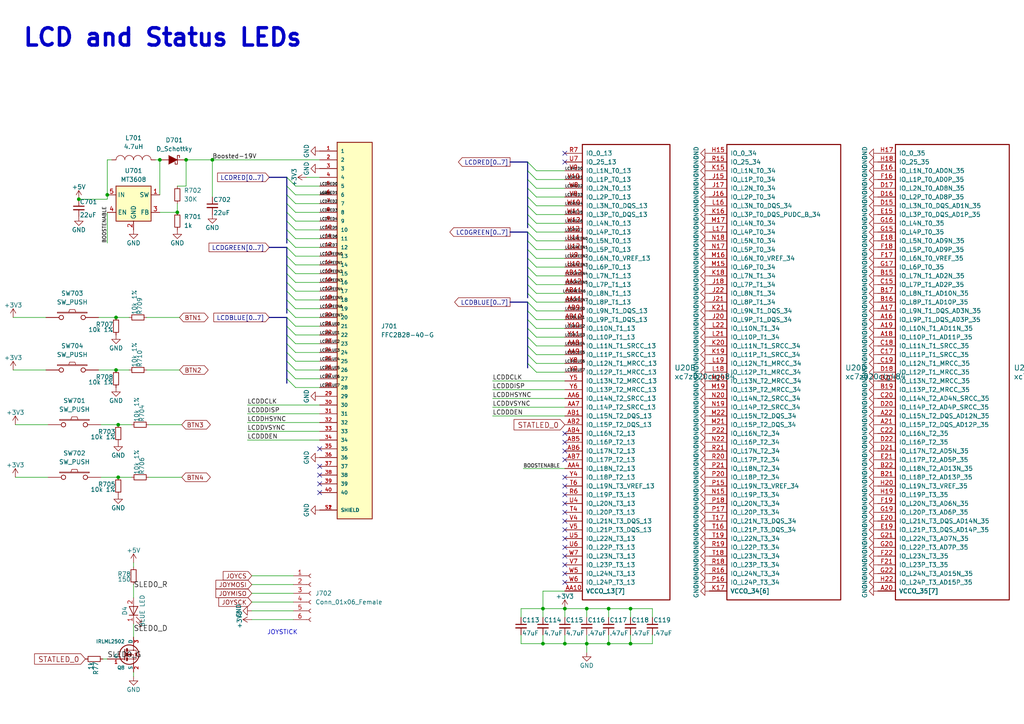
<source format=kicad_sch>
(kicad_sch (version 20231120) (generator "eeschema") (generator_version "8.0")
  (paper "A4")
  (junction (at 33.655 92.075))
  (junction (at 34.29 138.43))
  (junction (at 61.595 46.355))
  (junction (at 51.435 61.595))
  (junction (at 22.86 57.785))
  (junction (at 46.355 46.355))
  (junction (at 170.18 186.69))
  (junction (at 163.83 186.69))
  (junction (at 53.975 46.355))
  (junction (at 33.655 107.315))
  (junction (at 157.48 186.69))
  (junction (at 31.115 56.515))
  (junction (at 182.88 176.53))
  (junction (at 157.48 176.53))
  (junction (at 176.53 186.69))
  (junction (at 170.18 176.53))
  (junction (at 182.88 186.69))
  (junction (at 176.53 176.53))
  (junction (at 34.29 123.19))
  (junction (at 163.83 176.53))
  (no_connect (at 92.71 137.795))
  (no_connect (at 163.83 138.43))
  (no_connect (at 163.83 146.05))
  (no_connect (at 163.83 140.97))
  (no_connect (at 92.71 140.335))
  (no_connect (at 163.83 143.51))
  (no_connect (at 92.71 142.875))
  (no_connect (at 163.83 168.91))
  (no_connect (at 163.83 163.83))
  (no_connect (at 163.83 130.81))
  (no_connect (at 92.71 130.175))
  (no_connect (at 163.83 158.75))
  (no_connect (at 163.83 46.99))
  (no_connect (at 92.71 135.255))
  (no_connect (at 163.83 161.29))
  (no_connect (at 163.83 133.35))
  (no_connect (at 163.83 151.13))
  (no_connect (at 163.83 153.67))
  (no_connect (at 163.83 156.21))
  (no_connect (at 163.83 166.37))
  (no_connect (at 163.83 128.27))
  (no_connect (at 163.83 44.45))
  (no_connect (at 163.83 125.73))
  (no_connect (at 163.83 148.59))
  (bus_entry (at 83.185 102.235) (size 2.54 2.54))
  (bus_entry (at 83.185 97.155) (size 2.54 2.54))
  (bus_entry (at 153.035 77.47) (size 2.54 2.54))
  (bus_entry (at 153.035 87.63) (size 2.54 2.54))
  (bus_entry (at 83.185 109.855) (size 2.54 2.54))
  (bus_entry (at 83.185 76.835) (size 2.54 2.54))
  (bus_entry (at 153.035 74.93) (size 2.54 2.54))
  (bus_entry (at 83.185 71.755) (size 2.54 2.54))
  (bus_entry (at 83.185 64.135) (size 2.54 2.54))
  (bus_entry (at 83.185 56.515) (size 2.54 2.54))
  (bus_entry (at 83.185 84.455) (size 2.54 2.54))
  (bus_entry (at 83.185 51.435) (size 2.54 2.54))
  (bus_entry (at 83.185 104.775) (size 2.54 2.54))
  (bus_entry (at 153.035 105.41) (size 2.54 2.54))
  (bus_entry (at 83.185 74.295) (size 2.54 2.54))
  (bus_entry (at 153.035 67.31) (size 2.54 2.54))
  (bus_entry (at 83.185 61.595) (size 2.54 2.54))
  (bus_entry (at 83.185 66.675) (size 2.54 2.54))
  (bus_entry (at 153.035 100.33) (size 2.54 2.54))
  (bus_entry (at 83.185 92.075) (size 2.54 2.54))
  (bus_entry (at 83.185 94.615) (size 2.54 2.54))
  (bus_entry (at 153.035 46.99) (size 2.54 2.54))
  (bus_entry (at 153.035 90.17) (size 2.54 2.54))
  (bus_entry (at 83.185 79.375) (size 2.54 2.54))
  (bus_entry (at 153.035 85.09) (size 2.54 2.54))
  (bus_entry (at 153.035 80.01) (size 2.54 2.54))
  (bus_entry (at 83.185 89.535) (size 2.54 2.54))
  (bus_entry (at 153.035 62.23) (size 2.54 2.54))
  (bus_entry (at 153.035 82.55) (size 2.54 2.54))
  (bus_entry (at 83.185 86.995) (size 2.54 2.54))
  (bus_entry (at 153.035 97.79) (size 2.54 2.54))
  (bus_entry (at 153.035 49.53) (size 2.54 2.54))
  (bus_entry (at 83.185 69.215) (size 2.54 2.54))
  (bus_entry (at 83.185 53.975) (size 2.54 2.54))
  (bus_entry (at 153.035 69.85) (size 2.54 2.54))
  (bus_entry (at 153.035 54.61) (size 2.54 2.54))
  (bus_entry (at 83.185 99.695) (size 2.54 2.54))
  (bus_entry (at 83.185 107.315) (size 2.54 2.54))
  (bus_entry (at 153.035 95.25) (size 2.54 2.54))
  (bus_entry (at 153.035 72.39) (size 2.54 2.54))
  (bus_entry (at 153.035 92.71) (size 2.54 2.54))
  (bus_entry (at 153.035 102.87) (size 2.54 2.54))
  (bus_entry (at 153.035 59.69) (size 2.54 2.54))
  (bus_entry (at 83.185 59.055) (size 2.54 2.54))
  (bus_entry (at 83.185 81.915) (size 2.54 2.54))
  (bus_entry (at 153.035 64.77) (size 2.54 2.54))
  (bus_entry (at 153.035 52.07) (size 2.54 2.54))
  (bus_entry (at 153.035 57.15) (size 2.54 2.54))
  (wire (pts (xy 46.355 46.355) (xy 46.355 56.515)))
  (wire (pts (xy 85.725 102.235) (xy 92.71 102.235)))
  (wire (pts (xy 157.48 184.15) (xy 157.48 186.69)))
  (wire (pts (xy 85.725 71.755) (xy 92.71 71.755)))
  (wire (pts (xy 29.21 138.43) (xy 34.29 138.43)))
  (wire (pts (xy 42.545 92.075) (xy 52.07 92.075)))
  (wire (pts (xy 155.575 95.25) (xy 163.83 95.25)))
  (wire (pts (xy 61.595 57.15) (xy 61.595 46.355)))
  (wire (pts (xy 163.83 184.15) (xy 163.83 186.69)))
  (wire (pts (xy 85.725 74.295) (xy 92.71 74.295)))
  (wire (pts (xy 33.655 92.075) (xy 37.465 92.075)))
  (wire (pts (xy 142.875 118.11) (xy 163.83 118.11)))
  (wire (pts (xy 71.755 117.475) (xy 92.71 117.475)))
  (wire (pts (xy 176.53 176.53) (xy 182.88 176.53)))
  (bus (pts (xy 153.035 95.25) (xy 153.035 97.79)))
  (bus (pts (xy 153.035 49.53) (xy 153.035 52.07)))
  (wire (pts (xy 163.83 186.69) (xy 170.18 186.69)))
  (wire (pts (xy 85.725 109.855) (xy 92.71 109.855)))
  (wire (pts (xy 73.025 174.625) (xy 85.09 174.625)))
  (wire (pts (xy 61.595 46.355) (xy 92.71 46.355)))
  (wire (pts (xy 155.575 52.07) (xy 163.83 52.07)))
  (wire (pts (xy 151.765 135.89) (xy 163.83 135.89)))
  (bus (pts (xy 83.185 71.755) (xy 83.185 74.295)))
  (bus (pts (xy 78.105 71.755) (xy 83.185 71.755)))
  (wire (pts (xy 155.575 82.55) (xy 163.83 82.55)))
  (bus (pts (xy 147.955 87.63) (xy 153.035 87.63)))
  (bus (pts (xy 83.185 104.775) (xy 83.185 107.315)))
  (bus (pts (xy 153.035 57.15) (xy 153.035 59.69)))
  (wire (pts (xy 155.575 54.61) (xy 163.83 54.61)))
  (bus (pts (xy 83.185 76.835) (xy 83.185 79.375)))
  (wire (pts (xy 170.18 176.53) (xy 176.53 176.53)))
  (wire (pts (xy 170.18 186.69) (xy 170.18 189.23)))
  (bus (pts (xy 83.185 89.535) (xy 83.185 90.805)))
  (wire (pts (xy 28.575 92.075) (xy 33.655 92.075)))
  (bus (pts (xy 83.185 66.675) (xy 83.185 69.215)))
  (wire (pts (xy 157.48 171.45) (xy 157.48 176.53)))
  (bus (pts (xy 83.185 86.995) (xy 83.185 89.535)))
  (wire (pts (xy 51.435 59.055) (xy 51.435 61.595)))
  (bus (pts (xy 83.185 74.295) (xy 83.185 76.835)))
  (wire (pts (xy 155.575 97.79) (xy 163.83 97.79)))
  (wire (pts (xy 53.975 53.975) (xy 51.435 53.975)))
  (wire (pts (xy 71.755 120.015) (xy 92.71 120.015)))
  (wire (pts (xy 29.845 191.135) (xy 31.115 191.135)))
  (bus (pts (xy 153.035 69.85) (xy 153.035 72.39)))
  (bus (pts (xy 147.955 46.99) (xy 153.035 46.99)))
  (wire (pts (xy 155.575 49.53) (xy 163.83 49.53)))
  (bus (pts (xy 153.035 59.69) (xy 153.035 62.23)))
  (bus (pts (xy 83.185 81.915) (xy 83.185 84.455)))
  (wire (pts (xy 155.575 92.71) (xy 163.83 92.71)))
  (wire (pts (xy 43.18 138.43) (xy 52.705 138.43)))
  (bus (pts (xy 83.185 69.215) (xy 83.185 70.485)))
  (wire (pts (xy 4.445 138.43) (xy 13.97 138.43)))
  (wire (pts (xy 163.83 171.45) (xy 157.48 171.45)))
  (wire (pts (xy 85.725 94.615) (xy 92.71 94.615)))
  (wire (pts (xy 42.545 107.315) (xy 52.07 107.315)))
  (wire (pts (xy 3.81 92.075) (xy 13.335 92.075)))
  (wire (pts (xy 163.83 176.53) (xy 163.83 179.07)))
  (bus (pts (xy 83.185 59.055) (xy 83.185 61.595)))
  (bus (pts (xy 83.185 107.315) (xy 83.185 109.855)))
  (bus (pts (xy 153.035 64.77) (xy 153.035 66.04)))
  (wire (pts (xy 163.83 176.53) (xy 170.18 176.53)))
  (wire (pts (xy 73.025 179.705) (xy 85.09 179.705)))
  (bus (pts (xy 153.035 77.47) (xy 153.035 80.01)))
  (bus (pts (xy 83.185 53.975) (xy 83.185 56.515)))
  (wire (pts (xy 155.575 102.87) (xy 163.83 102.87)))
  (wire (pts (xy 85.725 89.535) (xy 92.71 89.535)))
  (wire (pts (xy 3.81 107.315) (xy 13.335 107.315)))
  (wire (pts (xy 85.725 84.455) (xy 92.71 84.455)))
  (wire (pts (xy 142.875 110.49) (xy 163.83 110.49)))
  (bus (pts (xy 83.185 99.695) (xy 83.185 102.235)))
  (wire (pts (xy 176.53 184.15) (xy 176.53 186.69)))
  (bus (pts (xy 83.185 84.455) (xy 83.185 86.995)))
  (wire (pts (xy 71.755 122.555) (xy 92.71 122.555)))
  (wire (pts (xy 155.575 74.93) (xy 163.83 74.93)))
  (wire (pts (xy 46.355 61.595) (xy 51.435 61.595)))
  (wire (pts (xy 73.025 167.005) (xy 85.09 167.005)))
  (bus (pts (xy 83.185 94.615) (xy 83.185 97.155)))
  (wire (pts (xy 71.755 125.095) (xy 92.71 125.095)))
  (wire (pts (xy 182.88 184.15) (xy 182.88 186.69)))
  (wire (pts (xy 155.575 105.41) (xy 163.83 105.41)))
  (bus (pts (xy 153.035 85.09) (xy 153.035 86.36)))
  (wire (pts (xy 155.575 100.33) (xy 163.83 100.33)))
  (bus (pts (xy 153.035 97.79) (xy 153.035 100.33)))
  (wire (pts (xy 31.115 56.515) (xy 31.115 57.785)))
  (wire (pts (xy 155.575 69.85) (xy 163.83 69.85)))
  (wire (pts (xy 142.875 115.57) (xy 163.83 115.57)))
  (wire (pts (xy 31.115 61.595) (xy 31.115 70.485)))
  (wire (pts (xy 142.875 113.03) (xy 163.83 113.03)))
  (bus (pts (xy 153.035 52.07) (xy 153.035 54.61)))
  (wire (pts (xy 170.18 176.53) (xy 170.18 179.07)))
  (wire (pts (xy 182.88 179.07) (xy 182.88 176.53)))
  (wire (pts (xy 85.725 53.975) (xy 92.71 53.975)))
  (wire (pts (xy 73.025 177.165) (xy 85.09 177.165)))
  (bus (pts (xy 83.185 97.155) (xy 83.185 99.695)))
  (wire (pts (xy 43.18 123.19) (xy 52.705 123.19)))
  (bus (pts (xy 153.035 82.55) (xy 153.035 85.09)))
  (bus (pts (xy 153.035 100.33) (xy 153.035 102.87)))
  (wire (pts (xy 142.875 120.65) (xy 163.83 120.65)))
  (wire (pts (xy 176.53 176.53) (xy 176.53 179.07)))
  (wire (pts (xy 182.88 176.53) (xy 189.23 176.53)))
  (wire (pts (xy 155.575 87.63) (xy 163.83 87.63)))
  (wire (pts (xy 170.18 184.15) (xy 170.18 186.69)))
  (wire (pts (xy 151.13 179.07) (xy 151.13 176.53)))
  (wire (pts (xy 85.725 76.835) (xy 92.71 76.835)))
  (bus (pts (xy 83.185 92.075) (xy 83.185 94.615)))
  (wire (pts (xy 31.115 46.355) (xy 32.385 46.355)))
  (bus (pts (xy 83.185 64.135) (xy 83.185 66.675)))
  (wire (pts (xy 176.53 186.69) (xy 182.88 186.69)))
  (bus (pts (xy 83.185 79.375) (xy 83.185 81.915)))
  (wire (pts (xy 34.29 123.19) (xy 38.1 123.19)))
  (wire (pts (xy 155.575 64.77) (xy 163.83 64.77)))
  (wire (pts (xy 155.575 62.23) (xy 163.83 62.23)))
  (wire (pts (xy 85.725 107.315) (xy 92.71 107.315)))
  (wire (pts (xy 157.48 176.53) (xy 163.83 176.53)))
  (bus (pts (xy 153.035 105.41) (xy 153.035 106.68)))
  (wire (pts (xy 155.575 57.15) (xy 163.83 57.15)))
  (wire (pts (xy 53.975 46.355) (xy 53.975 53.975)))
  (wire (pts (xy 189.23 186.69) (xy 189.23 184.15)))
  (wire (pts (xy 85.725 61.595) (xy 92.71 61.595)))
  (bus (pts (xy 153.035 62.23) (xy 153.035 64.77)))
  (bus (pts (xy 78.105 51.435) (xy 83.185 51.435)))
  (wire (pts (xy 155.575 85.09) (xy 163.83 85.09)))
  (wire (pts (xy 38.735 194.945) (xy 38.735 196.215)))
  (wire (pts (xy 155.575 107.95) (xy 163.83 107.95)))
  (wire (pts (xy 88.9 51.435) (xy 92.71 51.435)))
  (wire (pts (xy 38.735 180.975) (xy 38.735 184.785)))
  (bus (pts (xy 153.035 54.61) (xy 153.035 57.15)))
  (bus (pts (xy 153.035 46.99) (xy 153.035 49.53)))
  (wire (pts (xy 85.725 104.775) (xy 92.71 104.775)))
  (wire (pts (xy 73.025 169.545) (xy 85.09 169.545)))
  (wire (pts (xy 151.13 186.69) (xy 157.48 186.69)))
  (wire (pts (xy 85.725 69.215) (xy 92.71 69.215)))
  (bus (pts (xy 83.185 61.595) (xy 83.185 64.135)))
  (bus (pts (xy 78.105 92.075) (xy 83.185 92.075)))
  (wire (pts (xy 31.115 57.785) (xy 22.86 57.785)))
  (wire (pts (xy 33.655 107.315) (xy 37.465 107.315)))
  (wire (pts (xy 38.735 169.545) (xy 38.735 173.355)))
  (bus (pts (xy 153.035 92.71) (xy 153.035 95.25)))
  (wire (pts (xy 182.88 186.69) (xy 189.23 186.69)))
  (bus (pts (xy 153.035 80.01) (xy 153.035 82.55)))
  (wire (pts (xy 45.085 46.355) (xy 46.355 46.355)))
  (bus (pts (xy 83.185 56.515) (xy 83.185 59.055)))
  (wire (pts (xy 34.29 138.43) (xy 38.1 138.43)))
  (wire (pts (xy 85.725 81.915) (xy 92.71 81.915)))
  (bus (pts (xy 147.955 67.31) (xy 153.035 67.31)))
  (bus (pts (xy 153.035 102.87) (xy 153.035 105.41)))
  (bus (pts (xy 83.185 109.855) (xy 83.185 111.125)))
  (wire (pts (xy 28.575 107.315) (xy 33.655 107.315)))
  (bus (pts (xy 153.035 72.39) (xy 153.035 74.93)))
  (wire (pts (xy 85.725 112.395) (xy 92.71 112.395)))
  (wire (pts (xy 85.725 59.055) (xy 92.71 59.055)))
  (wire (pts (xy 155.575 67.31) (xy 163.83 67.31)))
  (wire (pts (xy 31.115 56.515) (xy 31.115 46.355)))
  (wire (pts (xy 155.575 59.69) (xy 163.83 59.69)))
  (wire (pts (xy 38.735 164.465) (xy 38.735 163.195)))
  (wire (pts (xy 155.575 80.01) (xy 163.83 80.01)))
  (wire (pts (xy 85.725 64.135) (xy 92.71 64.135)))
  (wire (pts (xy 4.445 123.19) (xy 13.97 123.19)))
  (wire (pts (xy 85.725 66.675) (xy 92.71 66.675)))
  (wire (pts (xy 85.725 86.995) (xy 92.71 86.995)))
  (wire (pts (xy 155.575 90.17) (xy 163.83 90.17)))
  (wire (pts (xy 85.725 79.375) (xy 92.71 79.375)))
  (bus (pts (xy 153.035 67.31) (xy 153.035 69.85)))
  (bus (pts (xy 83.185 51.435) (xy 83.185 53.975)))
  (wire (pts (xy 157.48 176.53) (xy 157.48 179.07)))
  (wire (pts (xy 170.18 186.69) (xy 176.53 186.69)))
  (wire (pts (xy 151.13 186.69) (xy 151.13 184.15)))
  (bus (pts (xy 153.035 74.93) (xy 153.035 77.47)))
  (wire (pts (xy 85.725 99.695) (xy 92.71 99.695)))
  (wire (pts (xy 85.725 92.075) (xy 92.71 92.075)))
  (bus (pts (xy 153.035 87.63) (xy 153.035 90.17)))
  (wire (pts (xy 155.575 72.39) (xy 163.83 72.39)))
  (wire (pts (xy 151.13 176.53) (xy 157.48 176.53)))
  (wire (pts (xy 157.48 186.69) (xy 163.83 186.69)))
  (wire (pts (xy 155.575 77.47) (xy 163.83 77.47)))
  (bus (pts (xy 153.035 90.17) (xy 153.035 92.71)))
  (bus (pts (xy 83.185 102.235) (xy 83.185 104.775)))
  (wire (pts (xy 189.23 176.53) (xy 189.23 179.07)))
  (wire (pts (xy 71.755 127.635) (xy 92.71 127.635)))
  (wire (pts (xy 29.21 123.19) (xy 34.29 123.19)))
  (wire (pts (xy 85.725 97.155) (xy 92.71 97.155)))
  (wire (pts (xy 85.725 56.515) (xy 92.71 56.515)))
  (wire (pts (xy 61.595 46.355) (xy 53.975 46.355)))
  (wire (pts (xy 73.025 172.085) (xy 85.09 172.085)))
  (text "JOYSTICK\n" (at 81.915 183.515 0) (effects (font (size 1.27 1.27))))
  (text "LCD and Status LEDs" (at 6.35 13.97 0) (effects (font (size 5.0038 5.0038) (thickness 1.0008) (bold yes)) (justify left bottom)))
  (label "LCDBLUE4" (at 92.71 104.775 0) (effects (font (size 0.762 0.762))))
  (label "LCDGREEN3" (at 163.83 77.47 0) (effects (font (size 0.762 0.762))))
  (label "LCDRED5" (at 92.71 66.675 0) (effects (font (size 0.762 0.762))))
  (label "LCDBLUE6" (at 92.71 109.855 0) (effects (font (size 0.762 0.762))))
  (label "LCDRED7" (at 92.71 71.755 0) (effects (font (size 0.762 0.762))))
  (label "LCDGREEN7" (at 163.83 87.63 0) (effects (font (size 0.762 0.762))))
  (label "LCDBLUE3" (at 92.71 102.235 0) (effects (font (size 0.762 0.762))))
  (label "LCDRED2" (at 92.71 59.055 0) (effects (font (size 0.762 0.762))))
  (label "LCDGREEN7" (at 92.71 92.075 0) (effects (font (size 0.762 0.762))))
  (label "LCDDDISP" (at 71.755 120.015 0))
  (label "LCDRED0" (at 92.71 53.975 0) (effects (font (size 0.762 0.762))))
  (label "LCDGREEN1" (at 163.83 72.39 0) (effects (font (size 0.762 0.762))))
  (label "LCDDVSYNC" (at 142.875 118.11 0))
  (label "LCDDCLK" (at 142.875 110.49 0))
  (label "LCDRED7" (at 163.83 67.31 0) (effects (font (size 0.762 0.762))))
  (label "SLED0_G" (at 31.115 191.135 0) (effects (font (size 1.524 1.524))))
  (label "LCDRED6" (at 92.71 69.215 0) (effects (font (size 0.762 0.762))))
  (label "LCDGREEN0" (at 92.71 74.295 0) (effects (font (size 0.762 0.762))))
  (label "LCDRED3" (at 163.83 57.15 0) (effects (font (size 0.762 0.762))))
  (label "LCDGREEN5" (at 163.83 82.55 0) (effects (font (size 0.762 0.762))))
  (label "LCDBLUE2" (at 163.83 95.25 0) (effects (font (size 0.762 0.762))))
  (label "LCDBLUE1" (at 163.83 92.71 0) (effects (font (size 0.762 0.762))))
  (label "LCDBLUE0" (at 163.83 90.17 0) (effects (font (size 0.762 0.762))))
  (label "LCDRED4" (at 163.83 59.69 0) (effects (font (size 0.762 0.762))))
  (label "LCDBLUE1" (at 92.71 97.155 0) (effects (font (size 0.762 0.762))))
  (label "LCDRED5" (at 163.83 62.23 0) (effects (font (size 0.762 0.762))))
  (label "LCDRED3" (at 92.71 61.595 0) (effects (font (size 0.762 0.762))))
  (label "LCDBLUE0" (at 92.71 94.615 0) (effects (font (size 0.762 0.762))))
  (label "LCDDHSYNC" (at 71.755 122.555 0))
  (label "LCDGREEN1" (at 92.71 76.835 0) (effects (font (size 0.762 0.762))))
  (label "LCDGREEN6" (at 92.71 89.535 0) (effects (font (size 0.762 0.762))))
  (label "LCDBLUE7" (at 92.71 112.395 0) (effects (font (size 0.762 0.762))))
  (label "LCDGREEN0" (at 163.83 69.85 0) (effects (font (size 0.762 0.762))))
  (label "LCDDDEN" (at 71.755 127.635 0))
  (label "LCDDDISP" (at 142.875 113.03 0))
  (label "BOOSTENABLE" (at 151.765 135.89 0) (effects (font (size 1.016 1.016))))
  (label "LCDBLUE4" (at 163.83 100.33 0) (effects (font (size 0.762 0.762))))
  (label "LCDBLUE7" (at 163.83 107.95 0) (effects (font (size 0.762 0.762))))
  (label "LCDDDEN" (at 142.875 120.65 0))
  (label "LCDGREEN2" (at 163.83 74.93 0) (effects (font (size 0.762 0.762))))
  (label "LCDBLUE6" (at 163.83 105.41 0) (effects (font (size 0.762 0.762))))
  (label "LCDRED0" (at 163.83 49.53 0) (effects (font (size 0.762 0.762))))
  (label "LCDDCLK" (at 71.755 117.475 0))
  (label "LCDBLUE3" (at 163.83 97.79 0) (effects (font (size 0.762 0.762))))
  (label "LCDRED1" (at 92.71 56.515 0) (effects (font (size 0.762 0.762))))
  (label "LCDDVSYNC" (at 71.755 125.095 0))
  (label "LCDGREEN2" (at 92.71 79.375 0) (effects (font (size 0.762 0.762))))
  (label "SLED0_D" (at 38.735 183.515 0) (effects (font (size 1.524 1.524))))
  (label "BOOSTENABLE" (at 31.115 70.485 90) (effects (font (size 1.016 1.016))))
  (label "SLED0_R" (at 38.735 170.815 0) (effects (font (size 1.524 1.524))))
  (label "LCDBLUE5" (at 92.71 107.315 0) (effects (font (size 0.762 0.762))))
  (label "LCDDHSYNC" (at 142.875 115.57 0))
  (label "LCDGREEN4" (at 92.71 84.455 0) (effects (font (size 0.762 0.762))))
  (label "LCDBLUE2" (at 92.71 99.695 0) (effects (font (size 0.762 0.762))))
  (label "LCDRED1" (at 163.83 52.07 0) (effects (font (size 0.762 0.762))))
  (label "Boosted-19V" (at 61.595 46.355 0))
  (label "LCDGREEN4" (at 163.83 80.01 0) (effects (font (size 0.762 0.762))))
  (label "LCDRED6" (at 163.83 64.77 0) (effects (font (size 0.762 0.762))))
  (label "LCDRED4" (at 92.71 64.135 0) (effects (font (size 0.762 0.762))))
  (label "LCDGREEN6" (at 163.195 85.09 0) (effects (font (size 0.762 0.762))))
  (label "LCDRED2" (at 163.83 54.61 0) (effects (font (size 0.762 0.762))))
  (label "LCDGREEN5" (at 92.71 86.995 0) (effects (font (size 0.762 0.762))))
  (label "LCDBLUE5" (at 163.83 102.87 0) (effects (font (size 0.762 0.762))))
  (label "LCDGREEN3" (at 92.71 81.915 0) (effects (font (size 0.762 0.762))))
  (label "LCDRED1" (at 92.71 56.515 0) (effects (font (size 0.508 0.508))))
  (global_label "JOYCS" (shape input) (at 73.025 167.005 180) (property "Intersheetrefs" "${INTERSHEET_REFS}" (effects (hide yes))))
  (global_label "LCDGREEN[0..7]" (shape input) (at 78.105 71.755 180) (property "Intersheetrefs" "${INTERSHEET_REFS}" (effects (hide yes))))
  (global_label "LCDRED[0..7]" (shape output) (at 147.955 46.99 180) (property "Intersheetrefs" "${INTERSHEET_REFS}" (effects (hide yes))))
  (global_label "JOYSCK" (shape input) (at 73.025 174.625 180) (property "Intersheetrefs" "${INTERSHEET_REFS}" (effects (hide yes))))
  (global_label "BTN1" (shape bidirectional) (at 52.07 92.075 0) (property "Intersheetrefs" "${INTERSHEET_REFS}" (effects (hide yes))))
  (global_label "LCDBLUE[0..7]" (shape output) (at 147.955 87.63 180) (property "Intersheetrefs" "${INTERSHEET_REFS}" (effects (hide yes))))
  (global_label "LCDRED[0..7]" (shape input) (at 78.105 51.435 180) (property "Intersheetrefs" "${INTERSHEET_REFS}" (effects (hide yes))))
  (global_label "JOYMOSI" (shape input) (at 73.025 169.545 180) (property "Intersheetrefs" "${INTERSHEET_REFS}" (effects (hide yes))))
  (global_label "LCDBLUE[0..7]" (shape input) (at 78.105 92.075 180) (property "Intersheetrefs" "${INTERSHEET_REFS}" (effects (hide yes))))
  (global_label "LCDGREEN[0..7]" (shape output) (at 147.955 67.31 180) (property "Intersheetrefs" "${INTERSHEET_REFS}" (effects (hide yes))))
  (global_label "STATLED_0" (shape input) (at 163.83 123.19 180) (effects (font (size 1.524 1.524))) (property "Intersheetrefs" "${INTERSHEET_REFS}" (effects (hide yes))))
  (global_label "JOYMISO" (shape input) (at 73.025 172.085 180) (property "Intersheetrefs" "${INTERSHEET_REFS}" (effects (hide yes))))
  (global_label "STATLED_0" (shape input) (at 24.765 191.135 180) (effects (font (size 1.524 1.524))) (property "Intersheetrefs" "${INTERSHEET_REFS}" (effects (hide yes))))
  (global_label "BTN3" (shape bidirectional) (at 52.705 123.19 0) (property "Intersheetrefs" "${INTERSHEET_REFS}" (effects (hide yes))))
  (global_label "BTN2" (shape bidirectional) (at 52.07 107.315 0) (property "Intersheetrefs" "${INTERSHEET_REFS}" (effects (hide yes))))
  (global_label "BTN4" (shape bidirectional) (at 52.705 138.43 0) (property "Intersheetrefs" "${INTERSHEET_REFS}" (effects (hide yes))))
  (symbol (lib_id "Device:C_Small") (at 151.13 181.61 0) (unit 1)
    (property "Reference" "C113" (at 151.384 179.832 0) (effects (justify left)))
    (property "Value" "47uF" (at 151.384 183.642 0) (effects (justify left)))
    (property "Footprint" "Capacitor_SMD:C_1210_3225Metric" (effects (hide yes)))
    (property "MFR" "Murata Manufacturing Co Ltd" (effects (hide yes)))
    (property "MPN" "GRM32ER70J476ME20L" (effects (hide yes)))
    (property "SPR" "Digikey" (effects (hide yes)))
    (property "SPN" "490-6542-1-ND" (effects (hide yes)))
  )
  (symbol (lib_id "Device:C_Small") (at 157.48 181.61 0) (unit 1)
    (property "Reference" "C114" (at 157.734 179.832 0) (effects (justify left)))
    (property "Value" "4.7uF" (at 157.734 183.642 0) (effects (justify left)))
    (property "Footprint" "Capacitor_SMD:C_0402_1005Metric" (effects (hide yes)))
    (property "MFR" "Murata" (effects (hide yes)))
    (property "MPN" "GRM155R60G475ME47D" (effects (hide yes)))
    (property "SPR" "Digikey" (effects (hide yes)))
    (property "SPN" "490-11980-1-ND" (effects (hide yes)))
  )
  (symbol (lib_id "Device:C_Small") (at 163.83 181.61 0) (unit 1)
    (property "Reference" "C115" (at 164.084 179.832 0) (effects (justify left)))
    (property "Value" "4.7uF" (at 164.084 183.642 0) (effects (justify left)))
    (property "Footprint" "Capacitor_SMD:C_0402_1005Metric" (effects (hide yes)))
    (property "MFR" "Murata" (effects (hide yes)))
    (property "MPN" "GRM155R60G475ME47D" (effects (hide yes)))
    (property "SPR" "Digikey" (effects (hide yes)))
    (property "SPN" "490-11980-1-ND" (effects (hide yes)))
  )
  (symbol (lib_id "Device:C_Small") (at 170.18 181.61 0) (unit 1)
    (property "Reference" "C116" (at 170.434 179.832 0) (effects (justify left)))
    (property "Value" ".47uF" (at 170.434 183.642 0) (effects (justify left)))
    (property "Footprint" "Capacitor_SMD:C_0402_1005Metric" (effects (hide yes)))
    (property "MFR" "Yageo" (effects (hide yes)))
    (property "MPN" "CC0402KRX5R5BB474" (effects (hide yes)))
    (property "SPR" "Digikey" (effects (hide yes)))
    (property "SPN" "311-1684-1-ND" (effects (hide yes)))
  )
  (symbol (lib_id "Device:C_Small") (at 176.53 181.61 0) (unit 1)
    (property "Reference" "C117" (at 176.784 179.832 0) (effects (justify left)))
    (property "Value" ".47uF" (at 176.784 183.642 0) (effects (justify left)))
    (property "Footprint" "Capacitor_SMD:C_0402_1005Metric" (effects (hide yes)))
    (property "MFR" "Yageo" (effects (hide yes)))
    (property "MPN" "CC0402KRX5R5BB474" (effects (hide yes)))
    (property "SPR" "Digikey" (effects (hide yes)))
    (property "SPN" "311-1684-1-ND" (effects (hide yes)))
  )
  (symbol (lib_id "Device:C_Small") (at 182.88 181.61 0) (unit 1)
    (property "Reference" "C118" (at 183.134 179.832 0) (effects (justify left)))
    (property "Value" ".47uF" (at 183.134 183.642 0) (effects (justify left)))
    (property "Footprint" "Capacitor_SMD:C_0402_1005Metric" (effects (hide yes)))
    (property "MFR" "Yageo" (effects (hide yes)))
    (property "MPN" "CC0402KRX5R5BB474" (effects (hide yes)))
    (property "SPR" "Digikey" (effects (hide yes)))
    (property "SPN" "311-1684-1-ND" (effects (hide yes)))
  )
  (symbol (lib_id "Device:C_Small") (at 189.23 181.61 0) (unit 1)
    (property "Reference" "C119" (at 189.484 179.832 0) (effects (justify left)))
    (property "Value" ".47uF" (at 189.484 183.642 0) (effects (justify left)))
    (property "Footprint" "Capacitor_SMD:C_0402_1005Metric" (effects (hide yes)))
    (property "MFR" "Yageo" (effects (hide yes)))
    (property "MPN" "CC0402KRX5R5BB474" (effects (hide yes)))
    (property "SPR" "Digikey" (effects (hide yes)))
    (property "SPN" "311-1684-1-ND" (effects (hide yes)))
  )
  (symbol (lib_id "DFTBoard-rescue:GND-power") (at 170.18 189.23 0) (unit 1)
    (property "Reference" "#PWR0188" (effects (hide yes)))
    (property "Value" "GND" (at 170.18 193.04 0))
  )
  (symbol (lib_id "DFTBoard-rescue:IRLML2502-") (at 36.195 189.865 0) (unit 1)
    (property "Reference" "Q8" (at 36.195 193.6496 0) (effects (font (size 1.016 1.016)) (justify right)))
    (property "Value" "IRLML2502" (at 36.195 186.055 0) (effects (font (size 1.016 1.016)) (justify right)))
    (property "Footprint" "Package_TO_SOT_SMD:SOT-23" (effects (hide yes)))
    (property "MFR" "Infineon Technologies AG" (effects (hide yes)))
    (property "MPN" "IRLML2502TRPBF" (effects (hide yes)))
    (property "SPR" "Digikey" (effects (hide yes)))
    (property "SPN" "IRLML2502PBFCT-ND" (effects (hide yes)))
  )
  (symbol (lib_id "DFTBoard-rescue:GND-power") (at 38.735 196.215 0) (unit 1)
    (property "Reference" "#PWR0169" (effects (hide yes)))
    (property "Value" "GND" (at 38.735 200.025 0))
  )
  (symbol (lib_id "Device:R_Small") (at 27.305 191.135 270) (unit 1)
    (property "Reference" "R77" (at 27.813 191.897 0) (effects (justify left)))
    (property "Value" "1k" (at 26.289 191.897 0) (effects (justify left)))
    (property "Footprint" "Resistor_SMD:R_0402_1005Metric" (effects (hide yes)))
    (property "MFR" "Yageo" (effects (hide yes)))
    (property "MPN" "RC0402FR-071KL" (effects (hide yes)))
    (property "SPR" "Digikey" (effects (hide yes)))
    (property "SPN" "311-1.00KLRCT-ND" (effects (hide yes)))
  )
  (symbol (lib_id "DFTBoard-rescue:LED-") (at 38.735 177.165 90) (unit 1)
    (property "Reference" "D4" (at 36.195 177.165 0))
    (property "Value" "BLUE LED" (at 41.275 177.165 0))
    (property "Footprint" "Capacitor_SMD:C_0603_1608Metric" (effects (hide yes)))
    (property "MFR" "Vishay Semiconductors" (effects (hide yes)))
    (property "MPN" "VLMB1300-GS08" (effects (hide yes)))
    (property "SPR" "Digikey" (effects (hide yes)))
    (property "SPN" "VLMB1300-GS08CT-ND" (effects (hide yes)))
  )
  (symbol (lib_id "Device:R_Small") (at 38.735 167.005 0) (mirror y) (unit 1)
    (property "Reference" "R78" (at 37.973 166.497 0) (effects (justify left)))
    (property "Value" "150" (at 37.973 168.021 0) (effects (justify left)))
    (property "Footprint" "Resistor_SMD:R_0402_1005Metric" (effects (hide yes)))
    (property "MFR" "Yageo" (effects (hide yes)))
    (property "MPN" "RC0402FR-07150RL" (effects (hide yes)))
    (property "SPR" "Digikey" (effects (hide yes)))
    (property "SPN" "311-150LRTR-ND" (effects (hide yes)))
  )
  (symbol (lib_id "DFTBoard-rescue:+5V-power") (at 38.735 163.195 0) (unit 1)
    (property "Reference" "#PWR0168" (effects (hide yes)))
    (property "Value" "+5V" (at 38.735 159.639 0))
  )
  (symbol (lib_id "DFTBoard-rescue:GND-power") (at 205.74 44.45 270) (unit 1)
    (property "Reference" "#PWR0211" (effects (hide yes)))
    (property "Value" "GND" (at 201.93 44.45 0))
  )
  (symbol (lib_id "DFTBoard-rescue:GND-power") (at 205.74 46.99 270) (unit 1)
    (property "Reference" "#PWR0221" (effects (hide yes)))
    (property "Value" "GND" (at 201.93 46.99 0))
  )
  (symbol (lib_id "DFTBoard-rescue:GND-power") (at 205.74 49.53 270) (unit 1)
    (property "Reference" "#PWR0228" (effects (hide yes)))
    (property "Value" "GND" (at 201.93 49.53 0))
  )
  (symbol (lib_id "DFTBoard-rescue:GND-power") (at 205.74 52.07 270) (unit 1)
    (property "Reference" "#PWR0229" (effects (hide yes)))
    (property "Value" "GND" (at 201.93 52.07 0))
  )
  (symbol (lib_id "DFTBoard-rescue:GND-power") (at 205.74 54.61 270) (unit 1)
    (property "Reference" "#PWR0232" (effects (hide yes)))
    (property "Value" "GND" (at 201.93 54.61 0))
  )
  (symbol (lib_id "DFTBoard-rescue:GND-power") (at 205.74 57.15 270) (unit 1)
    (property "Reference" "#PWR0233" (effects (hide yes)))
    (property "Value" "GND" (at 201.93 57.15 0))
  )
  (symbol (lib_id "DFTBoard-rescue:GND-power") (at 205.74 59.69 270) (unit 1)
    (property "Reference" "#PWR0234" (effects (hide yes)))
    (property "Value" "GND" (at 201.93 59.69 0))
  )
  (symbol (lib_id "DFTBoard-rescue:GND-power") (at 205.74 62.23 270) (unit 1)
    (property "Reference" "#PWR0243" (effects (hide yes)))
    (property "Value" "GND" (at 201.93 62.23 0))
  )
  (symbol (lib_id "DFTBoard-rescue:GND-power") (at 205.74 64.77 270) (unit 1)
    (property "Reference" "#PWR0244" (effects (hide yes)))
    (property "Value" "GND" (at 201.93 64.77 0))
  )
  (symbol (lib_id "DFTBoard-rescue:GND-power") (at 205.74 67.31 270) (unit 1)
    (property "Reference" "#PWR0245" (effects (hide yes)))
    (property "Value" "GND" (at 201.93 67.31 0))
  )
  (symbol (lib_id "DFTBoard-rescue:GND-power") (at 205.74 69.85 270) (unit 1)
    (property "Reference" "#PWR0246" (effects (hide yes)))
    (property "Value" "GND" (at 201.93 69.85 0))
  )
  (symbol (lib_id "DFTBoard-rescue:GND-power") (at 205.74 72.39 270) (unit 1)
    (property "Reference" "#PWR0247" (effects (hide yes)))
    (property "Value" "GND" (at 201.93 72.39 0))
  )
  (symbol (lib_id "DFTBoard-rescue:GND-power") (at 205.74 74.93 270) (unit 1)
    (property "Reference" "#PWR0248" (effects (hide yes)))
    (property "Value" "GND" (at 201.93 74.93 0))
  )
  (symbol (lib_id "DFTBoard-rescue:GND-power") (at 205.74 77.47 270) (unit 1)
    (property "Reference" "#PWR0249" (effects (hide yes)))
    (property "Value" "GND" (at 201.93 77.47 0))
  )
  (symbol (lib_id "DFTBoard-rescue:GND-power") (at 205.74 80.01 270) (unit 1)
    (property "Reference" "#PWR0250" (effects (hide yes)))
    (property "Value" "GND" (at 201.93 80.01 0))
  )
  (symbol (lib_id "DFTBoard-rescue:GND-power") (at 205.74 82.55 270) (unit 1)
    (property "Reference" "#PWR0251" (effects (hide yes)))
    (property "Value" "GND" (at 201.93 82.55 0))
  )
  (symbol (lib_id "DFTBoard-rescue:GND-power") (at 205.74 85.09 270) (unit 1)
    (property "Reference" "#PWR0252" (effects (hide yes)))
    (property "Value" "GND" (at 201.93 85.09 0))
  )
  (symbol (lib_id "DFTBoard-rescue:GND-power") (at 205.74 87.63 270) (unit 1)
    (property "Reference" "#PWR0253" (effects (hide yes)))
    (property "Value" "GND" (at 201.93 87.63 0))
  )
  (symbol (lib_id "DFTBoard-rescue:GND-power") (at 205.74 90.17 270) (unit 1)
    (property "Reference" "#PWR0254" (effects (hide yes)))
    (property "Value" "GND" (at 201.93 90.17 0))
  )
  (symbol (lib_id "DFTBoard-rescue:GND-power") (at 205.74 92.71 270) (unit 1)
    (property "Reference" "#PWR0255" (effects (hide yes)))
    (property "Value" "GND" (at 201.93 92.71 0))
  )
  (symbol (lib_id "DFTBoard-rescue:GND-power") (at 205.74 95.25 270) (unit 1)
    (property "Reference" "#PWR0256" (effects (hide yes)))
    (property "Value" "GND" (at 201.93 95.25 0))
  )
  (symbol (lib_id "DFTBoard-rescue:GND-power") (at 205.74 97.79 270) (unit 1)
    (property "Reference" "#PWR0257" (effects (hide yes)))
    (property "Value" "GND" (at 201.93 97.79 0))
  )
  (symbol (lib_id "DFTBoard-rescue:GND-power") (at 205.74 100.33 270) (unit 1)
    (property "Reference" "#PWR0258" (effects (hide yes)))
    (property "Value" "GND" (at 201.93 100.33 0))
  )
  (symbol (lib_id "DFTBoard-rescue:GND-power") (at 205.74 102.87 270) (unit 1)
    (property "Reference" "#PWR0259" (effects (hide yes)))
    (property "Value" "GND" (at 201.93 102.87 0))
  )
  (symbol (lib_id "DFTBoard-rescue:GND-power") (at 205.74 105.41 270) (unit 1)
    (property "Reference" "#PWR0260" (effects (hide yes)))
    (property "Value" "GND" (at 201.93 105.41 0))
  )
  (symbol (lib_id "DFTBoard-rescue:GND-power") (at 205.74 107.95 270) (unit 1)
    (property "Reference" "#PWR0261" (effects (hide yes)))
    (property "Value" "GND" (at 201.93 107.95 0))
  )
  (symbol (lib_id "DFTBoard-rescue:GND-power") (at 205.74 110.49 270) (unit 1)
    (property "Reference" "#PWR0262" (effects (hide yes)))
    (property "Value" "GND" (at 201.93 110.49 0))
  )
  (symbol (lib_id "DFTBoard-rescue:GND-power") (at 205.74 113.03 270) (unit 1)
    (property "Reference" "#PWR0263" (effects (hide yes)))
    (property "Value" "GND" (at 201.93 113.03 0))
  )
  (symbol (lib_id "DFTBoard-rescue:GND-power") (at 205.74 115.57 270) (unit 1)
    (property "Reference" "#PWR0264" (effects (hide yes)))
    (property "Value" "GND" (at 201.93 115.57 0))
  )
  (symbol (lib_id "DFTBoard-rescue:GND-power") (at 205.74 118.11 270) (unit 1)
    (property "Reference" "#PWR0265" (effects (hide yes)))
    (property "Value" "GND" (at 201.93 118.11 0))
  )
  (symbol (lib_id "DFTBoard-rescue:GND-power") (at 205.74 120.65 270) (unit 1)
    (property "Reference" "#PWR0266" (effects (hide yes)))
    (property "Value" "GND" (at 201.93 120.65 0))
  )
  (symbol (lib_id "DFTBoard-rescue:GND-power") (at 205.74 123.19 270) (unit 1)
    (property "Reference" "#PWR0267" (effects (hide yes)))
    (property "Value" "GND" (at 201.93 123.19 0))
  )
  (symbol (lib_id "DFTBoard-rescue:GND-power") (at 205.74 125.73 270) (unit 1)
    (property "Reference" "#PWR0268" (effects (hide yes)))
    (property "Value" "GND" (at 201.93 125.73 0))
  )
  (symbol (lib_id "DFTBoard-rescue:GND-power") (at 205.74 128.27 270) (unit 1)
    (property "Reference" "#PWR0269" (effects (hide yes)))
    (property "Value" "GND" (at 201.93 128.27 0))
  )
  (symbol (lib_id "DFTBoard-rescue:GND-power") (at 205.74 130.81 270) (unit 1)
    (property "Reference" "#PWR0270" (effects (hide yes)))
    (property "Value" "GND" (at 201.93 130.81 0))
  )
  (symbol (lib_id "DFTBoard-rescue:GND-power") (at 205.74 133.35 270) (unit 1)
    (property "Reference" "#PWR0271" (effects (hide yes)))
    (property "Value" "GND" (at 201.93 133.35 0))
  )
  (symbol (lib_id "DFTBoard-rescue:GND-power") (at 205.74 135.89 270) (unit 1)
    (property "Reference" "#PWR0272" (effects (hide yes)))
    (property "Value" "GND" (at 201.93 135.89 0))
  )
  (symbol (lib_id "DFTBoard-rescue:GND-power") (at 205.74 138.43 270) (unit 1)
    (property "Reference" "#PWR0273" (effects (hide yes)))
    (property "Value" "GND" (at 201.93 138.43 0))
  )
  (symbol (lib_id "DFTBoard-rescue:GND-power") (at 205.74 140.97 270) (unit 1)
    (property "Reference" "#PWR0274" (effects (hide yes)))
    (property "Value" "GND" (at 201.93 140.97 0))
  )
  (symbol (lib_id "DFTBoard-rescue:GND-power") (at 205.74 143.51 270) (unit 1)
    (property "Reference" "#PWR0275" (effects (hide yes)))
    (property "Value" "GND" (at 201.93 143.51 0))
  )
  (symbol (lib_id "DFTBoard-rescue:GND-power") (at 205.74 146.05 270) (unit 1)
    (property "Reference" "#PWR0276" (effects (hide yes)))
    (property "Value" "GND" (at 201.93 146.05 0))
  )
  (symbol (lib_id "DFTBoard-rescue:GND-power") (at 205.74 148.59 270) (unit 1)
    (property "Reference" "#PWR0277" (effects (hide yes)))
    (property "Value" "GND" (at 201.93 148.59 0))
  )
  (symbol (lib_id "DFTBoard-rescue:GND-power") (at 205.74 151.13 270) (unit 1)
    (property "Reference" "#PWR0278" (effects (hide yes)))
    (property "Value" "GND" (at 201.93 151.13 0))
  )
  (symbol (lib_id "DFTBoard-rescue:GND-power") (at 205.74 153.67 270) (unit 1)
    (property "Reference" "#PWR0279" (effects (hide yes)))
    (property "Value" "GND" (at 201.93 153.67 0))
  )
  (symbol (lib_id "DFTBoard-rescue:GND-power") (at 205.74 156.21 270) (unit 1)
    (property "Reference" "#PWR0280" (effects (hide yes)))
    (property "Value" "GND" (at 201.93 156.21 0))
  )
  (symbol (lib_id "DFTBoard-rescue:GND-power") (at 205.74 158.75 270) (unit 1)
    (property "Reference" "#PWR0281" (effects (hide yes)))
    (property "Value" "GND" (at 201.93 158.75 0))
  )
  (symbol (lib_id "DFTBoard-rescue:GND-power") (at 205.74 161.29 270) (unit 1)
    (property "Reference" "#PWR0282" (effects (hide yes)))
    (property "Value" "GND" (at 201.93 161.29 0))
  )
  (symbol (lib_id "DFTBoard-rescue:GND-power") (at 205.74 163.83 270) (unit 1)
    (property "Reference" "#PWR0283" (effects (hide yes)))
    (property "Value" "GND" (at 201.93 163.83 0))
  )
  (symbol (lib_id "DFTBoard-rescue:GND-power") (at 205.74 166.37 270) (unit 1)
    (property "Reference" "#PWR0284" (effects (hide yes)))
    (property "Value" "GND" (at 201.93 166.37 0))
  )
  (symbol (lib_id "DFTBoard-rescue:GND-power") (at 205.74 168.91 270) (unit 1)
    (property "Reference" "#PWR0285" (effects (hide yes)))
    (property "Value" "GND" (at 201.93 168.91 0))
  )
  (symbol (lib_id "DFTBoard-rescue:GND-power") (at 205.74 171.45 270) (unit 1)
    (property "Reference" "#PWR0286" (effects (hide yes)))
    (property "Value" "GND" (at 201.93 171.45 0))
  )
  (symbol (lib_id "DFTBoard-rescue:GND-power") (at 254.635 44.45 270) (unit 1)
    (property "Reference" "#PWR0287" (effects (hide yes)))
    (property "Value" "GND" (at 250.825 44.45 0))
  )
  (symbol (lib_id "DFTBoard-rescue:GND-power") (at 254.635 46.99 270) (unit 1)
    (property "Reference" "#PWR0288" (effects (hide yes)))
    (property "Value" "GND" (at 250.825 46.99 0))
  )
  (symbol (lib_id "DFTBoard-rescue:GND-power") (at 254.635 49.53 270) (unit 1)
    (property "Reference" "#PWR0289" (effects (hide yes)))
    (property "Value" "GND" (at 250.825 49.53 0))
  )
  (symbol (lib_id "DFTBoard-rescue:GND-power") (at 254.635 52.07 270) (unit 1)
    (property "Reference" "#PWR0290" (effects (hide yes)))
    (property "Value" "GND" (at 250.825 52.07 0))
  )
  (symbol (lib_id "DFTBoard-rescue:GND-power") (at 254.635 54.61 270) (unit 1)
    (property "Reference" "#PWR0291" (effects (hide yes)))
    (property "Value" "GND" (at 250.825 54.61 0))
  )
  (symbol (lib_id "DFTBoard-rescue:GND-power") (at 254.635 57.15 270) (unit 1)
    (property "Reference" "#PWR0292" (effects (hide yes)))
    (property "Value" "GND" (at 250.825 57.15 0))
  )
  (symbol (lib_id "DFTBoard-rescue:GND-power") (at 254.635 59.69 270) (unit 1)
    (property "Reference" "#PWR0293" (effects (hide yes)))
    (property "Value" "GND" (at 250.825 59.69 0))
  )
  (symbol (lib_id "DFTBoard-rescue:GND-power") (at 254.635 62.23 270) (unit 1)
    (property "Reference" "#PWR0294" (effects (hide yes)))
    (property "Value" "GND" (at 250.825 62.23 0))
  )
  (symbol (lib_id "DFTBoard-rescue:GND-power") (at 254.635 64.77 270) (unit 1)
    (property "Reference" "#PWR0295" (effects (hide yes)))
    (property "Value" "GND" (at 250.825 64.77 0))
  )
  (symbol (lib_id "DFTBoard-rescue:GND-power") (at 254.635 67.31 270) (unit 1)
    (property "Reference" "#PWR0296" (effects (hide yes)))
    (property "Value" "GND" (at 250.825 67.31 0))
  )
  (symbol (lib_id "DFTBoard-rescue:GND-power") (at 254.635 69.85 270) (unit 1)
    (property "Reference" "#PWR0297" (effects (hide yes)))
    (property "Value" "GND" (at 250.825 69.85 0))
  )
  (symbol (lib_id "DFTBoard-rescue:GND-power") (at 254.635 72.39 270) (unit 1)
    (property "Reference" "#PWR0298" (effects (hide yes)))
    (property "Value" "GND" (at 250.825 72.39 0))
  )
  (symbol (lib_id "DFTBoard-rescue:GND-power") (at 254.635 74.93 270) (unit 1)
    (property "Reference" "#PWR0299" (effects (hide yes)))
    (property "Value" "GND" (at 250.825 74.93 0))
  )
  (symbol (lib_id "DFTBoard-rescue:GND-power") (at 254.635 77.47 270) (unit 1)
    (property "Reference" "#PWR0300" (effects (hide yes)))
    (property "Value" "GND" (at 250.825 77.47 0))
  )
  (symbol (lib_id "DFTBoard-rescue:GND-power") (at 254.635 80.01 270) (unit 1)
    (property "Reference" "#PWR0301" (effects (hide yes)))
    (property "Value" "GND" (at 250.825 80.01 0))
  )
  (symbol (lib_id "DFTBoard-rescue:GND-power") (at 254.635 82.55 270) (unit 1)
    (property "Reference" "#PWR0302" (effects (hide yes)))
    (property "Value" "GND" (at 250.825 82.55 0))
  )
  (symbol (lib_id "DFTBoard-rescue:GND-power") (at 254.635 85.09 270) (unit 1)
    (property "Reference" "#PWR0303" (effects (hide yes)))
    (property "Value" "GND" (at 250.825 85.09 0))
  )
  (symbol (lib_id "DFTBoard-rescue:GND-power") (at 254.635 87.63 270) (unit 1)
    (property "Reference" "#PWR0304" (effects (hide yes)))
    (property "Value" "GND" (at 250.825 87.63 0))
  )
  (symbol (lib_id "DFTBoard-rescue:GND-power") (at 254.635 90.17 270) (unit 1)
    (property "Reference" "#PWR0305" (effects (hide yes)))
    (property "Value" "GND" (at 250.825 90.17 0))
  )
  (symbol (lib_id "DFTBoard-rescue:GND-power") (at 254.635 92.71 270) (unit 1)
    (property "Reference" "#PWR0306" (effects (hide yes)))
    (property "Value" "GND" (at 250.825 92.71 0))
  )
  (symbol (lib_id "DFTBoard-rescue:GND-power") (at 254.635 95.25 270) (unit 1)
    (property "Reference" "#PWR0307" (effects (hide yes)))
    (property "Value" "GND" (at 250.825 95.25 0))
  )
  (symbol (lib_id "DFTBoard-rescue:GND-power") (at 254.635 97.79 270) (unit 1)
    (property "Reference" "#PWR0308" (effects (hide yes)))
    (property "Value" "GND" (at 250.825 97.79 0))
  )
  (symbol (lib_id "DFTBoard-rescue:GND-power") (at 254.635 100.33 270) (unit 1)
    (property "Reference" "#PWR0309" (effects (hide yes)))
    (property "Value" "GND" (at 250.825 100.33 0))
  )
  (symbol (lib_id "DFTBoard-rescue:GND-power") (at 254.635 102.87 270) (unit 1)
    (property "Reference" "#PWR0310" (effects (hide yes)))
    (property "Value" "GND" (at 250.825 102.87 0))
  )
  (symbol (lib_id "DFTBoard-rescue:GND-power") (at 254.635 105.41 270) (unit 1)
    (property "Reference" "#PWR0311" (effects (hide yes)))
    (property "Value" "GND" (at 250.825 105.41 0))
  )
  (symbol (lib_id "DFTBoard-rescue:GND-power") (at 254.635 107.95 270) (unit 1)
    (property "Reference" "#PWR0312" (effects (hide yes)))
    (property "Value" "GND" (at 250.825 107.95 0))
  )
  (symbol (lib_id "DFTBoard-rescue:GND-power") (at 254.635 110.49 270) (unit 1)
    (property "Reference" "#PWR0313" (effects (hide yes)))
    (property "Value" "GND" (at 250.825 110.49 0))
  )
  (symbol (lib_id "DFTBoard-rescue:GND-power") (at 254.635 113.03 270) (unit 1)
    (property "Reference" "#PWR0314" (effects (hide yes)))
    (property "Value" "GND" (at 250.825 113.03 0))
  )
  (symbol (lib_id "DFTBoard-rescue:GND-power") (at 254.635 115.57 270) (unit 1)
    (property "Reference" "#PWR0315" (effects (hide yes)))
    (property "Value" "GND" (at 250.825 115.57 0))
  )
  (symbol (lib_id "DFTBoard-rescue:GND-power") (at 254.635 118.11 270) (unit 1)
    (property "Reference" "#PWR0316" (effects (hide yes)))
    (property "Value" "GND" (at 250.825 118.11 0))
  )
  (symbol (lib_id "DFTBoard-rescue:GND-power") (at 254.635 120.65 270) (unit 1)
    (property "Reference" "#PWR0317" (effects (hide yes)))
    (property "Value" "GND" (at 250.825 120.65 0))
  )
  (symbol (lib_id "DFTBoard-rescue:GND-power") (at 254.635 123.19 270) (unit 1)
    (property "Reference" "#PWR0318" (effects (hide yes)))
    (property "Value" "GND" (at 250.825 123.19 0))
  )
  (symbol (lib_id "DFTBoard-rescue:GND-power") (at 254.635 125.73 270) (unit 1)
    (property "Reference" "#PWR0319" (effects (hide yes)))
    (property "Value" "GND" (at 250.825 125.73 0))
  )
  (symbol (lib_id "DFTBoard-rescue:GND-power") (at 254.635 128.27 270) (unit 1)
    (property "Reference" "#PWR0320" (effects (hide yes)))
    (property "Value" "GND" (at 250.825 128.27 0))
  )
  (symbol (lib_id "DFTBoard-rescue:GND-power") (at 254.635 130.81 270) (unit 1)
    (property "Reference" "#PWR0321" (effects (hide yes)))
    (property "Value" "GND" (at 250.825 130.81 0))
  )
  (symbol (lib_id "DFTBoard-rescue:GND-power") (at 254.635 133.35 270) (unit 1)
    (property "Reference" "#PWR0322" (effects (hide yes)))
    (property "Value" "GND" (at 250.825 133.35 0))
  )
  (symbol (lib_id "DFTBoard-rescue:GND-power") (at 254.635 135.89 270) (unit 1)
    (property "Reference" "#PWR0323" (effects (hide yes)))
    (property "Value" "GND" (at 250.825 135.89 0))
  )
  (symbol (lib_id "DFTBoard-rescue:GND-power") (at 254.635 138.43 270) (unit 1)
    (property "Reference" "#PWR0324" (effects (hide yes)))
    (property "Value" "GND" (at 250.825 138.43 0))
  )
  (symbol (lib_id "DFTBoard-rescue:GND-power") (at 254.635 140.97 270) (unit 1)
    (property "Reference" "#PWR0325" (effects (hide yes)))
    (property "Value" "GND" (at 250.825 140.97 0))
  )
  (symbol (lib_id "DFTBoard-rescue:GND-power") (at 254.635 143.51 270) (unit 1)
    (property "Reference" "#PWR0326" (effects (hide yes)))
    (property "Value" "GND" (at 250.825 143.51 0))
  )
  (symbol (lib_id "DFTBoard-rescue:GND-power") (at 254.635 146.05 270) (unit 1)
    (property "Reference" "#PWR0327" (effects (hide yes)))
    (property "Value" "GND" (at 250.825 146.05 0))
  )
  (symbol (lib_id "DFTBoard-rescue:GND-power") (at 254.635 148.59 270) (unit 1)
    (property "Reference" "#PWR0328" (effects (hide yes)))
    (property "Value" "GND" (at 250.825 148.59 0))
  )
  (symbol (lib_id "DFTBoard-rescue:GND-power") (at 254.635 151.13 270) (unit 1)
    (property "Reference" "#PWR0329" (effects (hide yes)))
    (property "Value" "GND" (at 250.825 151.13 0))
  )
  (symbol (lib_id "DFTBoard-rescue:GND-power") (at 254.635 153.67 270) (unit 1)
    (property "Reference" "#PWR0330" (effects (hide yes)))
    (property "Value" "GND" (at 250.825 153.67 0))
  )
  (symbol (lib_id "DFTBoard-rescue:GND-power") (at 254.635 156.21 270) (unit 1)
    (property "Reference" "#PWR0331" (effects (hide yes)))
    (property "Value" "GND" (at 250.825 156.21 0))
  )
  (symbol (lib_id "DFTBoard-rescue:GND-power") (at 254.635 158.75 270) (unit 1)
    (property "Reference" "#PWR0332" (effects (hide yes)))
    (property "Value" "GND" (at 250.825 158.75 0))
  )
  (symbol (lib_id "DFTBoard-rescue:GND-power") (at 254.635 161.29 270) (unit 1)
    (property "Reference" "#PWR0333" (effects (hide yes)))
    (property "Value" "GND" (at 250.825 161.29 0))
  )
  (symbol (lib_id "DFTBoard-rescue:GND-power") (at 254.635 163.83 270) (unit 1)
    (property "Reference" "#PWR0334" (effects (hide yes)))
    (property "Value" "GND" (at 250.825 163.83 0))
  )
  (symbol (lib_id "DFTBoard-rescue:GND-power") (at 254.635 166.37 270) (unit 1)
    (property "Reference" "#PWR0335" (effects (hide yes)))
    (property "Value" "GND" (at 250.825 166.37 0))
  )
  (symbol (lib_id "DFTBoard-rescue:GND-power") (at 254.635 168.91 270) (unit 1)
    (property "Reference" "#PWR0336" (effects (hide yes)))
    (property "Value" "GND" (at 250.825 168.91 0))
  )
  (symbol (lib_id "DFTBoard-rescue:GND-power") (at 254.635 171.45 270) (unit 1)
    (property "Reference" "#PWR0337" (effects (hide yes)))
    (property "Value" "GND" (at 250.825 171.45 0))
  )
  (symbol (lib_id "DFTBoard-rescue:+3V3-power") (at 163.83 176.53 0) (unit 1)
    (property "Reference" "#PWR0172" (effects (hide yes)))
    (property "Value" "+3V3" (at 163.83 172.974 0))
  )
  (symbol (lib_id "DFTBoard-rescue:GND-power") (at 92.71 43.815 270) (unit 1)
    (property "Reference" "#PWR0706" (effects (hide yes)))
    (property "Value" "GND" (at 88.9 43.815 0))
  )
  (symbol (lib_id "Device:R_Small") (at 40.005 92.075 270) (mirror x) (unit 1)
    (property "Reference" "R709" (at 40.513 91.313 0) (effects (justify left)))
    (property "Value" "10k 1%" (at 38.989 91.313 0) (effects (justify left)))
    (property "Footprint" "Resistor_SMD:R_0402_1005Metric" (effects (hide yes)))
    (property "MFR" "Yageo" (effects (hide yes)))
    (property "MPN" "RC0402FR-07150RL" (effects (hide yes)))
    (property "SPR" "Digikey" (effects (hide yes)))
    (property "SPN" "311-150LRTR-ND" (effects (hide yes)))
  )
  (symbol (lib_id "DFTBoard-rescue:GND-power") (at 92.71 132.715 270) (unit 1)
    (property "Reference" "#PWR0711" (effects (hide yes)))
    (property "Value" "GND" (at 88.9 132.715 0))
  )
  (symbol (lib_id "DFTBoard-rescue:GND-power") (at 51.435 66.675 0) (unit 1)
    (property "Reference" "#PWR0701" (effects (hide yes)))
    (property "Value" "GND" (at 51.435 70.485 0))
  )
  (symbol (lib_id "DFTBoard-rescue:GND-power") (at 92.71 48.895 270) (unit 1)
    (property "Reference" "#PWR0707" (effects (hide yes)))
    (property "Value" "GND" (at 88.9 48.895 0))
  )
  (symbol (lib_id "DFTBoard-rescue:+3V3-power") (at 73.025 179.705 90) (unit 1)
    (property "Reference" "#PWR0720" (effects (hide yes)))
    (property "Value" "+3V3" (at 69.469 179.705 0))
  )
  (symbol (lib_id "DFTBoard-rescue:+3V3-power") (at 3.81 92.075 0) (unit 1)
    (property "Reference" "#PWR0716" (effects (hide yes)))
    (property "Value" "+3V3" (at 3.81 88.519 0))
  )
  (symbol (lib_id "Device:C_Small") (at 22.86 60.325 0) (unit 1)
    (property "Reference" "C701" (at 23.114 58.547 0) (effects (justify left)))
    (property "Value" "22uF" (at 23.114 62.357 0) (effects (justify left)))
    (property "Footprint" "Capacitor_SMD:C_0603_1608Metric" (effects (hide yes)))
    (property "MFR" "Yageo" (effects (hide yes)))
    (property "MPN" "CC0402KRX5R5BB474" (effects (hide yes)))
    (property "SPR" "Digikey" (effects (hide yes)))
    (property "SPN" "311-1684-1-ND" (effects (hide yes)))
  )
  (symbol (lib_id "Device:R_Small") (at 33.655 94.615 0) (mirror y) (unit 1)
    (property "Reference" "R707" (at 32.893 94.107 0) (effects (justify left)))
    (property "Value" "10k 1%" (at 32.893 95.631 0) (effects (justify left)))
    (property "Footprint" "Resistor_SMD:R_0402_1005Metric" (effects (hide yes)))
    (property "MFR" "Yageo" (effects (hide yes)))
    (property "MPN" "RC0402FR-07150RL" (effects (hide yes)))
    (property "SPR" "Digikey" (effects (hide yes)))
    (property "SPN" "311-150LRTR-ND" (effects (hide yes)))
  )
  (symbol (lib_id "Connector:Conn_01x06_Female") (at 90.17 172.085 0) (unit 1)
    (property "Reference" "J702" (at 91.44 172.0849 0) (effects (justify left)))
    (property "Value" "Conn_01x06_Female" (at 91.44 174.6249 0) (effects (justify left)))
    (property "Footprint" "Connector_PinSocket_2.54mm:PinSocket_1x06_P2.54mm_Horizontal" (effects (hide yes)))
    (property "Description" "Generic connector, single row, 01x06, script generated (kicad-library-utils/schlib/autogen/connector/)" (effects (hide yes)))
  )
  (symbol (lib_id "Device:R_Small") (at 51.435 56.515 0) (unit 1)
    (property "Reference" "R702" (at 53.34 55.2449 0) (effects (justify left)))
    (property "Value" "30K" (at 53.34 57.7849 0) (effects (justify left)))
    (property "Footprint" "Resistor_SMD:R_0402_1005Metric" (effects (hide yes)))
    (property "Description" "Resistor, small symbol" (effects (hide yes)))
  )
  (symbol (lib_id "DFTBoard-rescue:+3V3-power") (at 4.445 138.43 0) (unit 1)
    (property "Reference" "#PWR0714" (effects (hide yes)))
    (property "Value" "+3V3" (at 4.445 134.874 0))
  )
  (symbol (lib_id "DFTCustom:SW_PUSH") (at 21.59 123.19 0) (unit 1)
    (property "Reference" "SW701" (at 21.59 116.205 0))
    (property "Value" "SW_PUSH" (at 21.59 118.745 0))
    (property "Footprint" "Button_Switch_SMD:SW_SPST_TL3305A" (effects (hide yes)))
    (property "Description" "Button" (effects (hide yes)))
  )
  (symbol (lib_id "FFC2B28-40-G:FFC2B28-40-G") (at 102.87 94.615 0) (unit 1)
    (property "Reference" "J701" (at 110.49 94.6149 0) (effects (justify left)))
    (property "Value" "FFC2B28-40-G" (at 110.49 97.1549 0) (effects (justify left)))
    (property "Footprint" "FFC2B28-40-G:GCT_FFC2B28-40-G" (effects (hide yes)))
    (property "MF" "Global Connector Technology" (effects (hide yes)))
    (property "MAXIMUM_PACKAGE_HEIGHT" "1.75mm" (effects (hide yes)))
    (property "Package" "None" (effects (hide yes)))
    (property "Price" "None" (effects (hide yes)))
    (property "Check_prices" "https://www.snapeda.com/parts/FFC2B28-40-G/Global+Connector+Technology/view-part/?ref=eda" (effects (hide yes)))
    (property "STANDARD" "Manufacturer Recommendations" (effects (hide yes)))
    (property "PARTREV" "A" (effects (hide yes)))
    (property "SnapEDA_Link" "https://www.snapeda.com/parts/FFC2B28-40-G/Global+Connector+Technology/view-part/?ref=snap" (effects (hide yes)))
    (property "MP" "FFC2B28-40-G" (effects (hide yes)))
    (property "Description_1" "\n                        \n                            40 Position FFC, FPC Connector Contacts, Top and Bottom 0.020 (0.50mm) Surface Mount, Right Angle\n                        \n" (effects (hide yes)))
    (property "Availability" "In Stock" (effects (hide yes)))
    (property "MANUFACTURER" "GCT" (effects (hide yes)))
  )
  (symbol (lib_id "Device:R_Small") (at 34.29 140.97 0) (mirror y) (unit 1)
    (property "Reference" "R705" (at 33.528 140.462 0) (effects (justify left)))
    (property "Value" "10k 1%" (at 33.528 141.986 0) (effects (justify left)))
    (property "Footprint" "Resistor_SMD:R_0402_1005Metric" (effects (hide yes)))
    (property "MFR" "Yageo" (effects (hide yes)))
    (property "MPN" "RC0402FR-07150RL" (effects (hide yes)))
    (property "SPR" "Digikey" (effects (hide yes)))
    (property "SPN" "311-150LRTR-ND" (effects (hide yes)))
  )
  (symbol (lib_id "DFTBoard-rescue:GND-power") (at 33.655 97.155 0) (unit 1)
    (property "Reference" "#PWR0718" (effects (hide yes)))
    (property "Value" "GND" (at 33.655 100.965 0))
  )
  (symbol (lib_id "DFTBoard-rescue:GND-power") (at 34.29 143.51 0) (unit 1)
    (property "Reference" "#PWR0715" (effects (hide yes)))
    (property "Value" "GND" (at 34.29 147.32 0))
  )
  (symbol (lib_id "DFTBoard-rescue:+3V3-power") (at 88.9 51.435 90) (unit 1)
    (property "Reference" "#PWR0708" (effects (hide yes)))
    (property "Value" "+3V3" (at 85.344 51.435 0))
  )
  (symbol (lib_id "Device:R_Small") (at 34.29 125.73 0) (mirror y) (unit 1)
    (property "Reference" "R703" (at 33.528 125.222 0) (effects (justify left)))
    (property "Value" "10k 1%" (at 33.528 126.746 0) (effects (justify left)))
    (property "Footprint" "Resistor_SMD:R_0402_1005Metric" (effects (hide yes)))
    (property "MFR" "Yageo" (effects (hide yes)))
    (property "MPN" "RC0402FR-07150RL" (effects (hide yes)))
    (property "SPR" "Digikey" (effects (hide yes)))
    (property "SPN" "311-150LRTR-ND" (effects (hide yes)))
  )
  (symbol (lib_id "DFTCustom:SW_PUSH") (at 21.59 138.43 0) (unit 1)
    (property "Reference" "SW702" (at 21.59 131.445 0))
    (property "Value" "SW_PUSH" (at 21.59 133.985 0))
    (property "Footprint" "Button_Switch_SMD:SW_SPST_TL3305A" (effects (hide yes)))
    (property "Description" "Button" (effects (hide yes)))
  )
  (symbol (lib_id "Device:R_Small") (at 40.005 107.315 270) (mirror x) (unit 1)
    (property "Reference" "R710" (at 40.513 106.553 0) (effects (justify left)))
    (property "Value" "10k 1%" (at 38.989 106.553 0) (effects (justify left)))
    (property "Footprint" "Resistor_SMD:R_0402_1005Metric" (effects (hide yes)))
    (property "MFR" "Yageo" (effects (hide yes)))
    (property "MPN" "RC0402FR-07150RL" (effects (hide yes)))
    (property "SPR" "Digikey" (effects (hide yes)))
    (property "SPN" "311-150LRTR-ND" (effects (hide yes)))
  )
  (symbol (lib_id "DFTCustom:SW_PUSH") (at 20.955 92.075 0) (unit 1)
    (property "Reference" "SW703" (at 20.955 85.09 0))
    (property "Value" "SW_PUSH" (at 20.955 87.63 0))
    (property "Footprint" "Button_Switch_SMD:SW_SPST_TL3305A" (effects (hide yes)))
    (property "Description" "Button" (effects (hide yes)))
  )
  (symbol (lib_id "DFTBoard-rescue:+3V3-power") (at 3.81 107.315 0) (unit 1)
    (property "Reference" "#PWR0717" (effects (hide yes)))
    (property "Value" "+3V3" (at 3.81 103.759 0))
  )
  (symbol (lib_id "xilinx7:xc7z020clg484") (at 205.74 44.45 0) (unit 4)
    (property "Reference" "U20" (at 245.11 106.6799 0) (effects (font (size 1.524 1.524)) (justify left)))
    (property "Value" "xc7z020clg484" (at 245.11 109.2199 0) (effects (font (size 1.524 1.524)) (justify left)))
    (property "Footprint" "DFTcustom:BGA-484_19.0x19.0mm_Layout22x22_P0.80mm_dia0.40mm" (effects (hide yes)))
  )
  (symbol (lib_id "DFTBoard-rescue:GND-power") (at 34.29 128.27 0) (unit 1)
    (property "Reference" "#PWR0713" (effects (hide yes)))
    (property "Value" "GND" (at 34.29 132.08 0))
  )
  (symbol (lib_id "DFTBoard-rescue:GND-power") (at 38.735 66.675 0) (unit 1)
    (property "Reference" "#PWR0702" (effects (hide yes)))
    (property "Value" "GND" (at 38.735 70.485 0))
  )
  (symbol (lib_id "DFTBoard-rescue:GND-power") (at 92.71 114.935 270) (unit 1)
    (property "Reference" "#PWR0709" (effects (hide yes)))
    (property "Value" "GND" (at 88.9 114.935 0))
  )
  (symbol (lib_id "Device:R_Small") (at 33.655 109.855 0) (mirror y) (unit 1)
    (property "Reference" "R708" (at 32.893 109.347 0) (effects (justify left)))
    (property "Value" "10k 1%" (at 32.893 110.871 0) (effects (justify left)))
    (property "Footprint" "Resistor_SMD:R_0402_1005Metric" (effects (hide yes)))
    (property "MFR" "Yageo" (effects (hide yes)))
    (property "MPN" "RC0402FR-07150RL" (effects (hide yes)))
    (property "SPR" "Digikey" (effects (hide yes)))
    (property "SPN" "311-150LRTR-ND" (effects (hide yes)))
  )
  (symbol (lib_id "DFTBoard-rescue:GND-power") (at 33.655 112.395 0) (unit 1)
    (property "Reference" "#PWR0719" (effects (hide yes)))
    (property "Value" "GND" (at 33.655 116.205 0))
  )
  (symbol (lib_id "DFTBoard-rescue:GND-power") (at 61.595 62.23 0) (unit 1)
    (property "Reference" "#PWR0704" (effects (hide yes)))
    (property "Value" "GND" (at 61.595 66.04 0))
  )
  (symbol (lib_id "DFTBoard-rescue:+3V3-power") (at 4.445 123.19 0) (unit 1)
    (property "Reference" "#PWR0712" (effects (hide yes)))
    (property "Value" "+3V3" (at 4.445 119.634 0))
  )
  (symbol (lib_id "DFTCustom:D_Schottky") (at 50.165 46.355 0) (mirror y) (unit 1)
    (property "Reference" "D701" (at 50.5333 40.64 0))
    (property "Value" "D_Schottky" (at 50.5333 43.18 0))
    (property "Footprint" "Diode_SMD:Nexperia_CFP3_SOD-123W" (effects (hide yes)))
    (property "Description" "Diode schottky" (effects (hide yes)))
  )
  (symbol (lib_id "Device:R_Small") (at 40.64 138.43 270) (mirror x) (unit 1)
    (property "Reference" "R706" (at 41.148 137.668 0) (effects (justify left)))
    (property "Value" "10k 1%" (at 39.624 137.668 0) (effects (justify left)))
    (property "Footprint" "Resistor_SMD:R_0402_1005Metric" (effects (hide yes)))
    (property "MFR" "Yageo" (effects (hide yes)))
    (property "MPN" "RC0402FR-07150RL" (effects (hide yes)))
    (property "SPR" "Digikey" (effects (hide yes)))
    (property "SPN" "311-150LRTR-ND" (effects (hide yes)))
  )
  (symbol (lib_id "Device:R_Small") (at 51.435 64.135 0) (unit 1)
    (property "Reference" "R701" (at 53.34 62.8649 0) (effects (justify left)))
    (property "Value" "1k" (at 53.34 65.4049 0) (effects (justify left)))
    (property "Footprint" "Resistor_SMD:R_0402_1005Metric" (effects (hide yes)))
    (property "Description" "Resistor, small symbol" (effects (hide yes)))
  )
  (symbol (lib_id "xilinx7:xc7z020clg484") (at 254.635 44.45 0) (unit 5)
    (property "Reference" "U20" (at 294.005 106.6799 0) (effects (font (size 1.524 1.524)) (justify left)))
    (property "Value" "xc7z020clg484" (at 294.005 109.2199 0) (effects (font (size 1.524 1.524)) (justify left)))
    (property "Footprint" "DFTcustom:BGA-484_19.0x19.0mm_Layout22x22_P0.80mm_dia0.40mm" (effects (hide yes)))
  )
  (symbol (lib_id "DFTCustom:INDUCTOR_SMALL") (at 38.735 46.355 0) (unit 1)
    (property "Reference" "L701" (at 38.735 40.005 0))
    (property "Value" "4.7uH" (at 38.735 42.545 0))
    (property "Footprint" "Capacitor_SMD:C_1812_4532Metric" (effects (hide yes)))
  )
  (symbol (lib_id "DFTBoard-rescue:GND-power") (at 92.71 147.955 270) (unit 1)
    (property "Reference" "#PWR0710" (effects (hide yes)))
    (property "Value" "GND" (at 88.9 147.955 0))
  )
  (symbol (lib_id "Regulator_Switching:MT3608") (at 38.735 59.055 0) (unit 1)
    (property "Reference" "U701" (at 38.735 49.53 0))
    (property "Value" "MT3608" (at 38.735 52.07 0))
    (property "Footprint" "Package_TO_SOT_SMD:SOT-23-6" (effects (hide yes)))
    (property "Datasheet" "https://www.olimex.com/Products/Breadboarding/BB-PWR-3608/resources/MT3608.pdf" (effects (hide yes)))
    (property "Description" "High Efficiency 1.2MHz 2A Step Up Converter, 2-24V Vin, 28V Vout, 4A current limit, 1.2MHz, SOT23-6" (effects (hide yes)))
  )
  (symbol (lib_id "DFTBoard-rescue:+5V-power") (at 22.86 57.785 0) (unit 1)
    (property "Reference" "#PWR0705" (effects (hide yes)))
    (property "Value" "+5V" (at 22.86 54.229 0))
  )
  (symbol (lib_id "DFTCustom:SW_PUSH") (at 20.955 107.315 0) (unit 1)
    (property "Reference" "SW704" (at 20.955 100.33 0))
    (property "Value" "SW_PUSH" (at 20.955 102.87 0))
    (property "Footprint" "Button_Switch_SMD:SW_SPST_TL3305A" (effects (hide yes)))
    (property "Description" "Button" (effects (hide yes)))
  )
  (symbol (lib_id "Device:R_Small") (at 40.64 123.19 270) (mirror x) (unit 1)
    (property "Reference" "R704" (at 41.148 122.428 0) (effects (justify left)))
    (property "Value" "10k 1%" (at 39.624 122.428 0) (effects (justify left)))
    (property "Footprint" "Resistor_SMD:R_0402_1005Metric" (effects (hide yes)))
    (property "MFR" "Yageo" (effects (hide yes)))
    (property "MPN" "RC0402FR-07150RL" (effects (hide yes)))
    (property "SPR" "Digikey" (effects (hide yes)))
    (property "SPN" "311-150LRTR-ND" (effects (hide yes)))
  )
  (symbol (lib_id "DFTBoard-rescue:GND-power") (at 22.86 62.865 0) (unit 1)
    (property "Reference" "#PWR0703" (effects (hide yes)))
    (property "Value" "GND" (at 22.86 66.675 0))
  )
  (symbol (lib_id "DFTBoard-rescue:GND-power") (at 73.025 177.165 270) (unit 1)
    (property "Reference" "#PWR0721" (effects (hide yes)))
    (property "Value" "GND" (at 69.215 177.165 0))
  )
  (symbol (lib_id "Device:C_Small") (at 61.595 59.69 0) (unit 1)
    (property "Reference" "C702" (at 61.849 57.912 0) (effects (justify left)))
    (property "Value" "22uF" (at 61.849 61.722 0) (effects (justify left)))
    (property "Footprint" "Capacitor_SMD:C_0603_1608Metric" (effects (hide yes)))
    (property "MFR" "Yageo" (effects (hide yes)))
    (property "MPN" "CC0402KRX5R5BB474" (effects (hide yes)))
    (property "SPR" "Digikey" (effects (hide yes)))
    (property "SPN" "311-1684-1-ND" (effects (hide yes)))
  )
  (symbol (lib_id "xilinx7:xc7z020clg484") (at 163.83 44.45 0) (unit 2)
    (property "Reference" "U20" (at 195.58 106.6799 0) (effects (font (size 1.524 1.524)) (justify left)))
    (property "Value" "xc7z020clg484" (at 195.58 109.2199 0) (effects (font (size 1.524 1.524)) (justify left)))
    (property "Footprint" "DFTcustom:BGA-484_19.0x19.0mm_Layout22x22_P0.80mm_dia0.40mm" (effects (hide yes)))
  )
)
</source>
